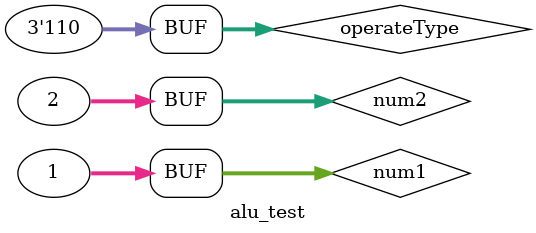
<source format=v>
`timescale 1ns / 1ps


module alu_test;

	// Inputs
	reg [31:0] num1;
	reg [31:0] num2;
	reg [2:0] operateType;

	// Outputs
	wire [31:0] result;
	wire zeroFlag;

	// Instantiate the Unit Under Test (UUT)
	alu uut (
		.num1(num1), 
		.num2(num2), 
		.operateType(operateType), 
		.result(result), 
		.zeroFlag(zeroFlag)
	);

	initial begin
		// Initialize Inputs
		num1 = 0;
		num2 = 0;
		operateType = 0;

		// Wait 100 ns for global reset to finish
		#100;
		num1=32'h00000001; num2=32'h00000002;operateType=3'b000;
		#100;
		num1=32'h00000001; num2=32'h00000002;operateType=3'b100;
		#100;
		num1=32'h00000001; num2=32'h00000002;operateType=3'b001;
		#100;
		num1=32'h00000001; num2=32'h00000002;operateType=3'b101;
		#100;
		num1=32'h00000001; num2=32'h00000002;operateType=3'b010;
		#100;
		num1=32'h00000001; num2=32'h00000002;operateType=3'b110;
    //   3'b000 : result=num1+num2;
	// 3'b100 : result=num1-num2;
	// 3'b001 : result=num1&num2;
	// 3'b101 : result=num1|num2;
	// 3'b010 : result=num1^num2;
	// 3'b110 : result={num2[15:0],0};   
		// Add stimulus here

	end
      
endmodule


</source>
